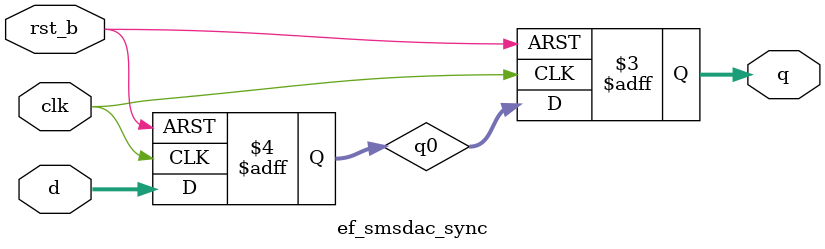
<source format=v>
/*
 * Copyright (c) 2024 Eric Fogleman
 * SPDX-License-Identifier: Apache-2.0
 *
 * wrapper for retiming register
 * retime all DAC outputs to posedge clk
 */

module ef_smsdac_sync ( clk, rst_b, d, q );

  input clk;
  input rst_b;
  input  [7:0] d;
  output  [7:0] q;
  
    reg [7:0] q0, q;
    
    always @( posedge clk, negedge rst_b ) begin
      if ( rst_b == 1'b0 ) begin
          q0 <= 0;
          q <= 0;
      end
      // 2 stage sync flop
      else begin
        q0 <= d;	
        q <= q0;
      end
    end

endmodule

</source>
